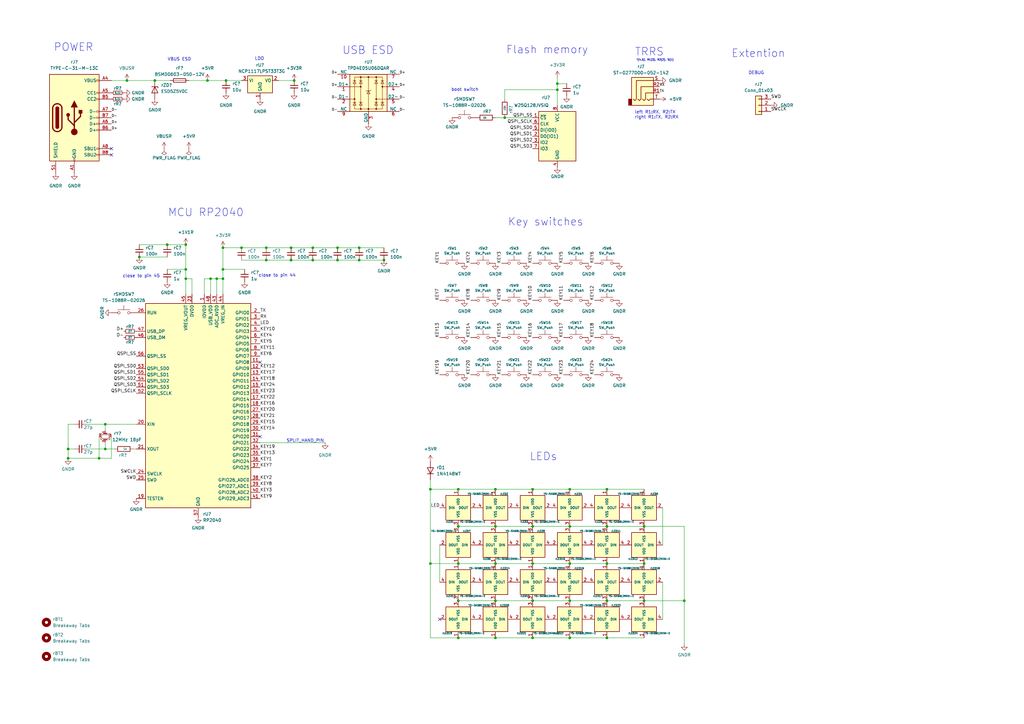
<source format=kicad_sch>
(kicad_sch (version 20230121) (generator eeschema)
  (paper "A3")
  (title_block (title "Corne Right") (date "2023-10-07") (rev "4.0.0") (company "foostan"))
  (junction (at 27.94 184.15))
  (junction (at 228.6 36.83))
  (junction (at 91.44 114.3))
  (junction (at 203.2 215.9))
  (junction (at 128.27 101.6))
  (junction (at 40.64 187.96))
  (junction (at 203.2 261.62))
  (junction (at 233.68 261.62))
  (junction (at 43.18 184.15))
  (junction (at 248.92 200.66))
  (junction (at 280.67 246.38))
  (junction (at 248.92 231.14))
  (junction (at 233.68 231.14))
  (junction (at 157.48 106.68))
  (junction (at 91.44 110.49))
  (junction (at 76.2 100.33))
  (junction (at 187.96 261.62))
  (junction (at 92.71 33.02))
  (junction (at 228.6 34.29))
  (junction (at 187.96 231.14))
  (junction (at 203.2 231.14))
  (junction (at 187.96 215.9))
  (junction (at 57.15 105.41))
  (junction (at 27.94 187.96))
  (junction (at 264.16 246.38))
  (junction (at 99.06 101.6))
  (junction (at 88.9 114.3))
  (junction (at 138.43 106.68))
  (junction (at 218.44 215.9))
  (junction (at 52.07 33.02))
  (junction (at 109.22 101.6))
  (junction (at 120.65 33.02))
  (junction (at 218.44 231.14))
  (junction (at 176.53 200.66))
  (junction (at 128.27 106.68))
  (junction (at 207.01 48.26))
  (junction (at 119.38 106.68))
  (junction (at 86.36 114.3))
  (junction (at 109.22 106.68))
  (junction (at 68.58 100.33))
  (junction (at 218.44 200.66))
  (junction (at 76.2 114.3))
  (junction (at 91.44 101.6))
  (junction (at 187.96 200.66))
  (junction (at 264.16 215.9))
  (junction (at 264.16 231.14))
  (junction (at 248.92 246.38))
  (junction (at 233.68 200.66))
  (junction (at 85.09 33.02))
  (junction (at 63.5 33.02))
  (junction (at 203.2 200.66))
  (junction (at 233.68 246.38))
  (junction (at 119.38 101.6))
  (junction (at 147.32 101.6))
  (junction (at 43.18 173.99))
  (junction (at 147.32 106.68))
  (junction (at 218.44 261.62))
  (junction (at 176.53 231.14))
  (junction (at 203.2 246.38))
  (junction (at 248.92 215.9))
  (junction (at 76.2 110.49))
  (junction (at 233.68 215.9))
  (junction (at 218.44 246.38))
  (junction (at 138.43 101.6))
  (junction (at 187.96 246.38))
  (junction (at 248.92 261.62))
  (no_connect (at 180.34 254))
  (no_connect (at 45.72 63.5))
  (no_connect (at 106.68 179.07))
  (no_connect (at 45.72 60.96))
  (no_connect (at 106.68 148.59))
  (wire (pts (xy 248.92 215.9) (xy 264.16 215.9)))
  (wire (pts (xy 91.44 101.6) (xy 99.06 101.6)))
  (wire (pts (xy 138.43 101.6) (xy 147.32 101.6)))
  (wire (pts (xy 83.82 114.3) (xy 86.36 114.3)))
  (wire (pts (xy 85.09 33.02) (xy 92.71 33.02)))
  (wire (pts (xy 27.94 187.96) (xy 40.64 187.96)))
  (wire (pts (xy 248.92 246.38) (xy 264.16 246.38)))
  (wire (pts (xy 187.96 215.9) (xy 203.2 215.9)))
  (wire (pts (xy 203.2 231.14) (xy 187.96 231.14)))
  (wire (pts (xy 27.94 173.99) (xy 27.94 184.15)))
  (wire (pts (xy 147.32 106.68) (xy 157.48 106.68)))
  (wire (pts (xy 138.43 106.68) (xy 147.32 106.68)))
  (wire (pts (xy 30.48 173.99) (xy 27.94 173.99)))
  (wire (pts (xy 203.2 246.38) (xy 218.44 246.38)))
  (wire (pts (xy 106.68 181.61) (xy 133.35 181.61)))
  (wire (pts (xy 114.3 33.02) (xy 120.65 33.02)))
  (wire (pts (xy 43.18 184.15) (xy 43.18 181.61)))
  (wire (pts (xy 264.16 231.14) (xy 248.92 231.14)))
  (wire (pts (xy 86.36 114.3) (xy 86.36 120.65)))
  (wire (pts (xy 187.96 246.38) (xy 203.2 246.38)))
  (wire (pts (xy 187.96 231.14) (xy 176.53 231.14)))
  (wire (pts (xy 119.38 101.6) (xy 128.27 101.6)))
  (wire (pts (xy 248.92 231.14) (xy 233.68 231.14)))
  (wire (pts (xy 109.22 106.68) (xy 119.38 106.68)))
  (wire (pts (xy 68.58 110.49) (xy 76.2 110.49)))
  (wire (pts (xy 264.16 261.62) (xy 248.92 261.62)))
  (wire (pts (xy 35.56 184.15) (xy 43.18 184.15)))
  (wire (pts (xy 271.78 238.76) (xy 271.78 254)))
  (wire (pts (xy 233.68 200.66) (xy 248.92 200.66)))
  (wire (pts (xy 76.2 110.49) (xy 76.2 114.3)))
  (wire (pts (xy 91.44 114.3) (xy 88.9 114.3)))
  (wire (pts (xy 63.5 33.02) (xy 69.85 33.02)))
  (wire (pts (xy 76.2 100.33) (xy 76.2 110.49)))
  (wire (pts (xy 91.44 120.65) (xy 91.44 114.3)))
  (wire (pts (xy 228.6 36.83) (xy 207.01 36.83)))
  (wire (pts (xy 91.44 101.6) (xy 91.44 110.49)))
  (wire (pts (xy 203.2 200.66) (xy 218.44 200.66)))
  (wire (pts (xy 43.18 176.53) (xy 43.18 173.99)))
  (wire (pts (xy 99.06 106.68) (xy 109.22 106.68)))
  (wire (pts (xy 27.94 184.15) (xy 30.48 184.15)))
  (wire (pts (xy 233.68 246.38) (xy 248.92 246.38)))
  (wire (pts (xy 248.92 261.62) (xy 233.68 261.62)))
  (wire (pts (xy 233.68 231.14) (xy 218.44 231.14)))
  (wire (pts (xy 45.72 187.96) (xy 40.64 187.96)))
  (wire (pts (xy 264.16 215.9) (xy 280.67 215.9)))
  (wire (pts (xy 280.67 215.9) (xy 280.67 246.38)))
  (wire (pts (xy 233.68 215.9) (xy 248.92 215.9)))
  (wire (pts (xy 207.01 48.26) (xy 218.44 48.26)))
  (wire (pts (xy 176.53 261.62) (xy 176.53 231.14)))
  (wire (pts (xy 271.78 208.28) (xy 271.78 223.52)))
  (wire (pts (xy 176.53 196.85) (xy 176.53 200.66)))
  (wire (pts (xy 40.64 179.07) (xy 40.64 187.96)))
  (wire (pts (xy 187.96 200.66) (xy 203.2 200.66)))
  (wire (pts (xy 86.36 114.3) (xy 88.9 114.3)))
  (wire (pts (xy 176.53 200.66) (xy 176.53 231.14)))
  (wire (pts (xy 218.44 246.38) (xy 233.68 246.38)))
  (wire (pts (xy 57.15 105.41) (xy 68.58 105.41)))
  (wire (pts (xy 119.38 106.68) (xy 128.27 106.68)))
  (wire (pts (xy 68.58 100.33) (xy 76.2 100.33)))
  (wire (pts (xy 147.32 101.6) (xy 157.48 101.6)))
  (wire (pts (xy 91.44 110.49) (xy 91.44 114.3)))
  (wire (pts (xy 83.82 114.3) (xy 83.82 120.65)))
  (wire (pts (xy 43.18 173.99) (xy 55.88 173.99)))
  (wire (pts (xy 218.44 200.66) (xy 233.68 200.66)))
  (wire (pts (xy 187.96 261.62) (xy 176.53 261.62)))
  (wire (pts (xy 52.07 33.02) (xy 63.5 33.02)))
  (wire (pts (xy 88.9 114.3) (xy 88.9 120.65)))
  (wire (pts (xy 54.61 184.15) (xy 55.88 184.15)))
  (wire (pts (xy 45.72 33.02) (xy 52.07 33.02)))
  (wire (pts (xy 128.27 101.6) (xy 138.43 101.6)))
  (wire (pts (xy 76.2 120.65) (xy 76.2 114.3)))
  (wire (pts (xy 45.72 179.07) (xy 45.72 187.96)))
  (wire (pts (xy 218.44 215.9) (xy 233.68 215.9)))
  (wire (pts (xy 233.68 261.62) (xy 218.44 261.62)))
  (wire (pts (xy 91.44 110.49) (xy 100.33 110.49)))
  (wire (pts (xy 218.44 231.14) (xy 203.2 231.14)))
  (wire (pts (xy 109.22 101.6) (xy 119.38 101.6)))
  (wire (pts (xy 180.34 223.52) (xy 180.34 238.76)))
  (wire (pts (xy 218.44 261.62) (xy 203.2 261.62)))
  (wire (pts (xy 248.92 200.66) (xy 264.16 200.66)))
  (wire (pts (xy 228.6 36.83) (xy 228.6 43.18)))
  (wire (pts (xy 228.6 31.75) (xy 228.6 34.29)))
  (wire (pts (xy 203.2 48.26) (xy 207.01 48.26)))
  (wire (pts (xy 128.27 106.68) (xy 138.43 106.68)))
  (wire (pts (xy 280.67 246.38) (xy 280.67 264.16)))
  (wire (pts (xy 35.56 173.99) (xy 43.18 173.99)))
  (wire (pts (xy 228.6 34.29) (xy 232.41 34.29)))
  (wire (pts (xy 78.74 114.3) (xy 76.2 114.3)))
  (wire (pts (xy 92.71 33.02) (xy 99.06 33.02)))
  (wire (pts (xy 203.2 215.9) (xy 218.44 215.9)))
  (wire (pts (xy 228.6 34.29) (xy 228.6 36.83)))
  (wire (pts (xy 203.2 261.62) (xy 187.96 261.62)))
  (wire (pts (xy 264.16 246.38) (xy 280.67 246.38)))
  (wire (pts (xy 207.01 36.83) (xy 207.01 40.64)))
  (wire (pts (xy 99.06 101.6) (xy 109.22 101.6)))
  (wire (pts (xy 43.18 184.15) (xy 46.99 184.15)))
  (wire (pts (xy 27.94 184.15) (xy 27.94 187.96)))
  (wire (pts (xy 57.15 100.33) (xy 68.58 100.33)))
  (wire (pts (xy 176.53 200.66) (xy 187.96 200.66)))
  (wire (pts (xy 78.74 120.65) (xy 78.74 114.3)))
  (wire (pts (xy 77.47 33.02) (xy 85.09 33.02)))
  (text "USB ESD" (at 140.335 22.606 0) (effects (font (size 3.175 3.175)) (justify left bottom)))
  (text "LEDs" (at 217.17 189.23 0) (effects (font (size 3.175 3.175)) (justify left bottom)))
  (text "Flash memory" (at 207.518 22.352 0) (effects (font (size 3.175 3.175)) (justify left bottom)))
  (text "MCU RP2040" (at 68.834 89.154 0) (effects (font (size 3.175 3.175)) (justify left bottom)))
  (text "DEBUG" (at 306.959 30.734 0) (effects (font (size 1.27 1.27)) (justify left bottom)))
  (text "Key switches" (at 208.28 92.964 0) (effects (font (size 3.175 3.175)) (justify left bottom)))
  (text "POWER\n" (at 21.971 21.336 0) (effects (font (size 3.175 3.175)) (justify left bottom)))
  (text "boot switch" (at 185.039 37.592 0) (effects (font (size 1.27 1.27)) (justify left bottom)))
  (text "LDO" (at 104.521 24.892 0) (effects (font (size 1.27 1.27)) (justify left bottom)))
  (text "Extention" (at 299.974 23.876 0) (effects (font (size 3.175 3.175)) (justify left bottom)))
  (text "TRRS" (at 260.35 23.241 0) (effects (font (size 3.175 3.175)) (justify left bottom)))
  (text "close to pin 45" (at 50.292 114.046 0) (effects (font (size 1.27 1.27)) (justify left bottom)))
  (text "close to pin 44" (at 106.045 113.792 0) (effects (font (size 1.27 1.27)) (justify left bottom)))
  (text "left R1:RX, R2:TX\nright R1:TX, R2:RX" (at 260.35 48.895 0) (effects (font (size 1.27 1.27)) (justify left bottom)))
  (text "SPLIT_HAND_PIN" (at 117.475 181.61 0) (effects (font (size 1.27 1.27)) (justify left bottom)))
  (text "T(4,5), R1(3), R2(2), S(1)\n" (at 260.985 25.146 0) (effects (font (size 0.762 0.762)) (justify left bottom)))
  (text "VBUS ESD" (at 68.707 25.146 0) (effects (font (size 1.27 1.27)) (justify left bottom)))
  (label "QSPI_SCLK" (at 55.88 161.29 180))
  (label "SWCLK" (at 55.88 194.31 180))
  (label "KEY13" (at 106.68 186.69 0))
  (label "KEY2" (at 193.04 107.95 90))
  (label "KEY16" (at 218.44 138.43 90))
  (label "KEY18" (at 106.68 156.21 0))
  (label "RX" (at 270.51 35.56 0) (effects (font (size 1 1))))
  (label "D+" (at 163.83 35.56 0) (effects (font (size 1 1))))
  (label "KEY1" (at 106.68 189.23 0))
  (label "KEY21" (at 106.68 171.45 0))
  (label "KEY6" (at 243.84 107.95 90))
  (label "D-" (at 45.72 45.72 0) (effects (font (size 1 1))))
  (label "D-" (at 163.83 40.64 0) (effects (font (size 1 1))))
  (label "RX" (at 106.68 130.81 0))
  (label "KEY22" (at 106.68 163.83 0))
  (label "QSPI_SD3" (at 55.88 158.75 180))
  (label "QSPI_SCLK" (at 218.44 50.8 180))
  (label "KEY4" (at 218.44 107.95 90))
  (label "QSPI_SD1" (at 218.44 55.88 180))
  (label "D-" (at 45.72 48.26 0) (effects (font (size 1 1))))
  (label "SWD" (at 55.88 196.85 180))
  (label "KEY5" (at 231.14 107.95 90))
  (label "KEY10" (at 218.44 123.19 90))
  (label "KEY1" (at 180.34 107.95 90))
  (label "KEY22" (at 218.44 153.67 90))
  (label "KEY5" (at 106.68 140.97 0))
  (label "KEY15" (at 106.68 173.99 0))
  (label "D+" (at 138.43 35.56 180) (effects (font (size 1 1))))
  (label "D-" (at 163.83 45.72 0) (effects (font (size 1 1))))
  (label "QSPI_SD2" (at 218.44 58.42 180))
  (label "QSPI_SD2" (at 55.88 156.21 180))
  (label "KEY3" (at 205.74 107.95 90))
  (label "LED" (at 106.68 133.35 0))
  (label "KEY23" (at 106.68 161.29 0))
  (label "KEY8" (at 106.68 199.39 0))
  (label "KEY20" (at 106.68 168.91 0))
  (label "KEY15" (at 205.74 138.43 90))
  (label "D+" (at 45.72 50.8 0) (effects (font (size 1 1))))
  (label "QSPI_SS" (at 218.44 48.26 180))
  (label "KEY18" (at 243.84 138.43 90))
  (label "KEY8" (at 193.04 123.19 90))
  (label "LED" (at 180.34 208.28 180))
  (label "KEY24" (at 243.84 153.67 90))
  (label "KEY16" (at 106.68 166.37 0))
  (label "TX" (at 270.51 38.1 0) (effects (font (size 1 1))))
  (label "QSPI_SS" (at 55.88 146.05 180))
  (label "QSPI_SD0" (at 218.44 53.34 180))
  (label "D-" (at 50.8 138.43 180))
  (label "SWD" (at 316.23 40.64 0))
  (label "KEY3" (at 106.68 201.93 0))
  (label "KEY7" (at 106.68 191.77 0))
  (label "KEY2" (at 106.68 196.85 0))
  (label "D+" (at 163.83 30.48 0) (effects (font (size 1 1))))
  (label "KEY9" (at 205.74 123.19 90))
  (label "KEY12" (at 243.84 123.19 90))
  (label "KEY24" (at 106.68 158.75 0))
  (label "KEY4" (at 106.68 138.43 0))
  (label "KEY19" (at 180.34 153.67 90))
  (label "KEY11" (at 231.14 123.19 90))
  (label "KEY10" (at 106.68 135.89 0))
  (label "KEY14" (at 106.68 176.53 0))
  (label "KEY14" (at 193.04 138.43 90))
  (label "KEY7" (at 180.34 123.19 90))
  (label "D-" (at 138.43 45.72 180) (effects (font (size 1 1))))
  (label "SWCLK" (at 316.23 45.72 0))
  (label "KEY19" (at 106.68 184.15 0))
  (label "KEY9" (at 106.68 204.47 0))
  (label "QSPI_SD3" (at 218.44 60.96 180))
  (label "KEY12" (at 106.68 151.13 0))
  (label "D+" (at 138.43 30.48 180) (effects (font (size 1 1))))
  (label "KEY23" (at 231.14 153.67 90))
  (label "D+" (at 50.8 135.89 180))
  (label "KEY17" (at 231.14 138.43 90))
  (label "D+" (at 45.72 53.34 0) (effects (font (size 1 1))))
  (label "KEY17" (at 106.68 153.67 0))
  (label "KEY6" (at 106.68 146.05 0))
  (label "D-" (at 138.43 40.64 180) (effects (font (size 1 1))))
  (label "KEY20" (at 193.04 153.67 90))
  (label "QSPI_SD0" (at 55.88 151.13 180))
  (label "TX" (at 106.68 128.27 0))
  (label "KEY13" (at 180.34 138.43 90))
  (label "KEY21" (at 205.74 153.67 90))
  (label "KEY11" (at 106.68 143.51 0))
  (label "QSPI_SD1" (at 55.88 153.67 180))
  (symbol (lib_id "kbd:GNDR") (at 241.3 153.67 0) (unit 1)
    (property "Reference" "#PWR0110" (effects hide))
    (property "Value" "GNDR" (at 241.3 158.115 0))
  )
  (symbol (lib_id "kbd_local:YS-SK6812MINI-E") (at 187.96 254 180) (unit 1)
    (property "Reference" "rLED19" (at 185.42 259.715 0) (effects (font (size 0.7366 0.7366)) (justify left)))
    (property "Value" "YS-SK6812MINI-E" (at 198.755 259.715 0) (effects (font (size 0.7366 0.7366)) (justify left)))
    (property "Footprint" "kbd_local:YS-SK6812MINI-E" (effects hide))
  )
  (symbol (lib_id "kbd:GNDR") (at 316.23 43.18 90) (unit 1)
    (property "Reference" "#PWR?" (effects hide))
    (property "Value" "GNDR" (at 320.04 43.18 90) (effects (justify right)))
  )
  (symbol (lib_id "Device:C_Small") (at 33.02 184.15 270) (unit 1)
    (property "Reference" "rC?" (at 34.29 182.88 90) (effects (justify left)))
    (property "Value" "27p" (at 34.29 185.42 90) (effects (justify left)))
    (property "Footprint" "Capacitor_SMD:C_0402_1005Metric" (effects hide))
  )
  (symbol (lib_id "kbd:+3V3R") (at 120.65 33.02 0) (unit 1)
    (property "Reference" "#PWR070" (effects hide))
    (property "Value" "+3V3R" (at 120.65 27.94 0))
  )
  (symbol (lib_id "kbd:GNDR") (at 63.5 40.64 0) (unit 1)
    (property "Reference" "#PWR?" (effects hide))
    (property "Value" "GNDR" (at 63.5 45.085 0))
  )
  (symbol (lib_id "kbd:GNDR") (at 228.6 107.95 0) (unit 1)
    (property "Reference" "#PWR088" (effects hide))
    (property "Value" "GNDR" (at 228.6 112.395 0))
  )
  (symbol (lib_id "kbd:GNDR") (at 203.2 107.95 0) (unit 1)
    (property "Reference" "#PWR086" (effects hide))
    (property "Value" "GNDR" (at 203.2 112.395 0))
  )
  (symbol (lib_id "Regulator_Linear:NCP1117-3.3_SOT223") (at 106.68 33.02 0) (unit 1)
    (property "Reference" "rU?" (at 106.68 26.67 0))
    (property "Value" "NCP1117LPST33T3G" (at 107.315 29.21 0))
    (property "Footprint" "Package_TO_SOT_SMD:SOT-223-3_TabPin2" (effects hide))
    (property "Datasheet" "http://www.onsemi.com/pub_link/Collateral/NCP1117-D.PDF" (effects hide))
    (property "JLCPCB Part #" "C146799" (effects hide))
  )
  (symbol (lib_id "Switch:SW_Push") (at 236.22 153.67 0) (unit 1)
    (property "Reference" "rSW23" (at 236.22 147.574 0) (effects (font (size 1 1))))
    (property "Value" "SW_Push" (at 236.22 149.606 0) (effects (font (size 1 1))))
    (property "Footprint" "kbd_local:keyswitch_choc12_hotswap_1u" (effects hide))
  )
  (symbol (lib_id "Switch:SW_Push") (at 223.52 123.19 0) (unit 1)
    (property "Reference" "rSW10" (at 223.52 117.094 0) (effects (font (size 1 1))))
    (property "Value" "SW_Push" (at 223.52 119.126 0) (effects (font (size 1 1))))
    (property "Footprint" "kbd_local:keyswitch_choc12_hotswap_1u" (effects hide))
  )
  (symbol (lib_id "Diode:1N4148WT") (at 176.53 193.04 90) (unit 1)
    (property "Reference" "rD1" (at 179.07 191.77 90) (effects (justify right)))
    (property "Value" "1N4148WT" (at 179.07 194.31 90) (effects (justify right)))
    (property "Footprint" "Diode_SMD:D_SOD-523" (effects hide))
    (property "Datasheet" "https://www.diodes.com/assets/Datasheets/ds30396.pdf" (effects hide))
    (property "JLCPCB Part #" "C232841" (effects hide))
  )
  (symbol (lib_id "kbd_local:YS-SK6812MINI-E") (at 218.44 238.76 0) (unit 1)
    (property "Reference" "rLED15" (at 213.36 244.475 0) (effects (font (size 0.7366 0.7366)) (justify left)))
    (property "Value" "YS-SK6812MINI-E" (at 219.075 244.475 0) (effects (font (size 0.7366 0.7366)) (justify left)))
    (property "Footprint" "kbd_local:YS-SK6812MINI-E" (effects hide))
  )
  (symbol (lib_id "kbd_local:VBUSR") (at 67.31 60.96 0) (unit 1)
    (property "Reference" "#PWR065" (effects hide))
    (property "Value" "VBUSR" (at 67.31 55.88 0))
  )
  (symbol (lib_id "kbd:GNDR") (at 228.6 123.19 0) (unit 1)
    (property "Reference" "#PWR096" (effects hide))
    (property "Value" "GNDR" (at 228.6 127.635 0))
  )
  (symbol (lib_id "Device:Fuse") (at 73.66 33.02 90) (unit 1)
    (property "Reference" "rF?" (at 73.66 27.94 90))
    (property "Value" "BSMD0603-050-12V" (at 73.66 30.48 90))
    (property "Footprint" "Fuse:Fuse_0603_1608Metric" (effects hide))
    (property "Description" "12V 500mA 40A 1A 0603 Resettable Fuses ROHS" (effects hide))
    (property "JLCPCB Part #" "C2844464" (effects hide))
  )
  (symbol (lib_id "Connector:USB_C_Receptacle_USB2.0") (at 30.48 48.26 0) (unit 1)
    (property "Reference" "rJ?" (at 30.48 25.4 0))
    (property "Value" "TYPE-C-31-M-13C" (at 30.48 27.94 0))
    (property "Footprint" "kbd_local:TYPE-C-31-M-13C" (effects hide))
    (property "Datasheet" "https://www.usb.org/sites/default/files/documents/usb_type-c.zip" (effects hide))
    (property "JLCPCB Part #" "C2848620" (effects hide))
  )
  (symbol (lib_id "kbd:GNDR") (at 22.86 71.12 0) (unit 1)
    (property "Reference" "#PWR?" (effects hide))
    (property "Value" "GNDR" (at 22.86 76.2 0))
  )
  (symbol (lib_id "kbd:GNDR") (at 81.28 212.09 0) (unit 1)
    (property "Reference" "#PWR?" (effects hide))
    (property "Value" "GNDR" (at 81.28 216.535 0))
  )
  (symbol (lib_id "kbd:GNDR") (at 50.8 40.64 90) (unit 1)
    (property "Reference" "#PWR?" (effects hide))
    (property "Value" "GNDR" (at 53.975 40.64 90) (effects (justify right)))
  )
  (symbol (lib_id "Switch:SW_Push") (at 210.82 107.95 0) (unit 1)
    (property "Reference" "rSW3" (at 210.82 101.854 0) (effects (font (size 1 1))))
    (property "Value" "SW_Push" (at 210.82 103.886 0) (effects (font (size 1 1))))
    (property "Footprint" "kbd_local:keyswitch_choc12_hotswap_1u" (effects hide))
  )
  (symbol (lib_id "Switch:SW_Push") (at 210.82 138.43 0) (unit 1)
    (property "Reference" "rSW15" (at 210.82 132.334 0) (effects (font (size 1 1))))
    (property "Value" "SW_Push" (at 210.82 134.366 0) (effects (font (size 1 1))))
    (property "Footprint" "kbd_local:keyswitch_choc12_hotswap_1u" (effects hide))
  )
  (symbol (lib_id "kbd:GNDR") (at 215.9 138.43 0) (unit 1)
    (property "Reference" "#PWR0102" (effects hide))
    (property "Value" "GNDR" (at 215.9 142.875 0))
  )
  (symbol (lib_id "kbd:GNDR") (at 190.5 153.67 0) (unit 1)
    (property "Reference" "#PWR0106" (effects hide))
    (property "Value" "GNDR" (at 190.5 158.115 0))
  )
  (symbol (lib_id "kbd_local:YS-SK6812MINI-E") (at 248.92 238.76 0) (unit 1)
    (property "Reference" "rLED17" (at 243.205 244.475 0) (effects (font (size 0.7366 0.7366)) (justify left)))
    (property "Value" "YS-SK6812MINI-E" (at 249.555 244.475 0) (effects (font (size 0.7366 0.7366)) (justify left)))
    (property "Footprint" "kbd_local:YS-SK6812MINI-E" (effects hide))
  )
  (symbol (lib_id "kbd_local:YS-SK6812MINI-E") (at 248.92 208.28 0) (unit 1)
    (property "Reference" "rLED5" (at 243.84 213.995 0) (effects (font (size 0.7366 0.7366)) (justify left)))
    (property "Value" "YS-SK6812MINI-E" (at 249.555 213.995 0) (effects (font (size 0.7366 0.7366)) (justify left)))
    (property "Footprint" "kbd_local:YS-SK6812MINI-E" (effects hide))
  )
  (symbol (lib_id "kbd:GNDR") (at 151.13 50.8 0) (unit 1)
    (property "Reference" "#PWR?" (effects hide))
    (property "Value" "GNDR" (at 151.13 55.88 0))
  )
  (symbol (lib_id "kbd:GNDR") (at 190.5 123.19 0) (unit 1)
    (property "Reference" "#PWR093" (effects hide))
    (property "Value" "GNDR" (at 190.5 127.635 0))
  )
  (symbol (lib_id "Device:R_Small") (at 48.26 40.64 270) (unit 1)
    (property "Reference" "rR?" (at 48.26 42.545 90))
    (property "Value" "5.1k" (at 48.26 40.64 90) (effects (font (size 0.762 0.762))))
    (property "Footprint" "Resistor_SMD:R_0402_1005Metric" (effects hide))
  )
  (symbol (lib_id "kbd:GNDR") (at 254 123.19 0) (unit 1)
    (property "Reference" "#PWR098" (effects hide))
    (property "Value" "GNDR" (at 254 127.635 0))
  )
  (symbol (lib_id "kbd:GNDR") (at 241.3 123.19 0) (unit 1)
    (property "Reference" "#PWR097" (effects hide))
    (property "Value" "GNDR" (at 241.3 127.635 0))
  )
  (symbol (lib_id "kbd:GNDR") (at 280.67 264.16 0) (unit 1)
    (property "Reference" "#PWR0117" (effects hide))
    (property "Value" "GNDR" (at 280.67 268.605 0))
  )
  (symbol (lib_id "Device:Crystal_GND24_Small") (at 43.18 179.07 270) (unit 1)
    (property "Reference" "rY?" (at 48.26 177.8 90))
    (property "Value" "12MHz 18pF" (at 52.07 180.34 90))
    (property "Footprint" "Crystal:Crystal_SMD_3225-4Pin_3.2x2.5mm" (effects hide))
    (property "Description" "12MHz 18pF ±20ppm SMD3225-4P Crystals ROHS" (effects hide))
    (property "MFR.Part #" "Q22FA23V0041800" (effects hide))
    (property "JLCPCB Part #" "C91749" (effects hide))
  )
  (symbol (lib_id "Switch:SW_Push") (at 198.12 107.95 0) (unit 1)
    (property "Reference" "rSW2" (at 198.12 101.854 0) (effects (font (size 1 1))))
    (property "Value" "SW_Push" (at 198.12 103.886 0) (effects (font (size 1 1))))
    (property "Footprint" "kbd_local:keyswitch_choc12_hotswap_1u" (effects hide))
  )
  (symbol (lib_id "Switch:SW_Push") (at 248.92 153.67 0) (unit 1)
    (property "Reference" "rSW24" (at 248.92 147.574 0) (effects (font (size 1 1))))
    (property "Value" "SW_Push" (at 248.92 149.606 0) (effects (font (size 1 1))))
    (property "Footprint" "kbd_local:keyswitch_choc12_hotswap_1u" (effects hide))
  )
  (symbol (lib_id "kbd_local:YS-SK6812MINI-E") (at 233.68 254 180) (unit 1)
    (property "Reference" "rLED22" (at 231.14 259.715 0) (effects (font (size 0.7366 0.7366)) (justify left)))
    (property "Value" "YS-SK6812MINI-E" (at 244.475 259.715 0) (effects (font (size 0.7366 0.7366)) (justify left)))
    (property "Footprint" "kbd_local:YS-SK6812MINI-E" (effects hide))
  )
  (symbol (lib_id "kbd_local:YS-SK6812MINI-E") (at 187.96 238.76 0) (unit 1)
    (property "Reference" "rLED13" (at 182.88 244.475 0) (effects (font (size 0.7366 0.7366)) (justify left)))
    (property "Value" "YS-SK6812MINI-E" (at 188.595 244.475 0) (effects (font (size 0.7366 0.7366)) (justify left)))
    (property "Footprint" "kbd_local:YS-SK6812MINI-E" (effects hide))
  )
  (symbol (lib_id "kbd:GNDR") (at 203.2 138.43 0) (unit 1)
    (property "Reference" "#PWR0101" (effects hide))
    (property "Value" "GNDR" (at 203.2 142.875 0))
  )
  (symbol (lib_id "kbd:GNDR") (at 185.42 48.26 0) (unit 1)
    (property "Reference" "#PWR?" (effects hide))
    (property "Value" "GNDR" (at 185.42 52.07 0))
  )
  (symbol (lib_id "kbd:GNDR") (at 190.5 107.95 0) (unit 1)
    (property "Reference" "#PWR085" (effects hide))
    (property "Value" "GNDR" (at 190.5 112.395 0))
  )
  (symbol (lib_id "kbd_local:YS-SK6812MINI-E") (at 248.92 223.52 180) (unit 1)
    (property "Reference" "rLED11" (at 254.635 217.805 0) (effects (font (size 0.7366 0.7366)) (justify left)))
    (property "Value" "YS-SK6812MINI-E" (at 248.285 217.805 0) (effects (font (size 0.7366 0.7366)) (justify left)))
    (property "Footprint" "kbd_local:YS-SK6812MINI-E" (effects hide))
  )
  (symbol (lib_id "Device:C_Small") (at 57.15 102.87 0) (unit 1)
    (property "Reference" "rC?" (at 59.69 101.6 0) (effects (justify left)))
    (property "Value" "100n" (at 59.69 104.14 0) (effects (justify left)))
    (property "Footprint" "Capacitor_SMD:C_0402_1005Metric" (effects hide))
  )
  (symbol (lib_id "kbd:+5VR") (at 176.53 189.23 0) (unit 1)
    (property "Reference" "#PWR0114" (effects hide))
    (property "Value" "+5VR" (at 176.53 184.15 0))
  )
  (symbol (lib_id "Diode:ESD5Zxx") (at 63.5 36.83 270) (unit 1)
    (property "Reference" "rZD?" (at 66.04 34.925 90) (effects (justify left)))
    (property "Value" "ESD5Z5V0C" (at 66.04 37.465 90) (effects (justify left)))
    (property "Footprint" "Diode_SMD:D_SOD-523" (effects hide))
    (property "Datasheet" "https://www.onsemi.com/pdf/datasheet/esd5z2.5t1-d.pdf" (effects hide))
    (property "JLCPCB Part #" "C2901325" (effects hide))
  )
  (symbol (lib_id "kbd_local:YS-SK6812MINI-E") (at 203.2 208.28 0) (unit 1)
    (property "Reference" "rLED2" (at 205.105 202.565 0) (effects (font (size 0.7366 0.7366)) (justify left)))
    (property "Value" "YS-SK6812MINI-E" (at 191.77 202.565 0) (effects (font (size 0.7366 0.7366)) (justify left)))
    (property "Footprint" "kbd_local:YS-SK6812MINI-E" (effects hide))
  )
  (symbol (lib_id "kbd_local:VBUSR") (at 52.07 33.02 0) (unit 1)
    (property "Reference" "#PWR066" (effects hide))
    (property "Value" "VBUSR" (at 52.07 27.94 0))
  )
  (symbol (lib_id "kbd:GNDR") (at 215.9 123.19 0) (unit 1)
    (property "Reference" "#PWR095" (effects hide))
    (property "Value" "GNDR" (at 215.9 127.635 0))
  )
  (symbol (lib_id "kbd:GNDR") (at 254 153.67 0) (unit 1)
    (property "Reference" "#PWR0111" (effects hide))
    (property "Value" "GNDR" (at 254 158.115 0))
  )
  (symbol (lib_id "kbd:GNDR") (at 215.9 153.67 0) (unit 1)
    (property "Reference" "#PWR0108" (effects hide))
    (property "Value" "GNDR" (at 215.9 158.115 0))
  )
  (symbol (lib_id "Switch:SW_Push") (at 185.42 107.95 0) (unit 1)
    (property "Reference" "rSW1" (at 185.42 101.854 0) (effects (font (size 1 1))))
    (property "Value" "SW_Push" (at 185.42 103.886 0) (effects (font (size 1 1))))
    (property "Footprint" "kbd_local:keyswitch_choc12_hotswap_1u" (effects hide))
  )
  (symbol (lib_id "kbd:GNDR") (at 55.88 204.47 0) (unit 1)
    (property "Reference" "#PWR?" (effects hide))
    (property "Value" "GNDR" (at 55.88 208.915 0))
  )
  (symbol (lib_id "Device:C_Small") (at 68.58 102.87 0) (unit 1)
    (property "Reference" "rC?" (at 71.12 101.6 0) (effects (justify left)))
    (property "Value" "100n" (at 71.12 104.14 0) (effects (justify left)))
    (property "Footprint" "Capacitor_SMD:C_0402_1005Metric" (effects hide))
  )
  (symbol (lib_id "kbd_local:YS-SK6812MINI-E") (at 218.44 223.52 180) (unit 1)
    (property "Reference" "rLED9" (at 223.52 217.805 0) (effects (font (size 0.7366 0.7366)) (justify left)))
    (property "Value" "YS-SK6812MINI-E" (at 217.805 217.805 0) (effects (font (size 0.7366 0.7366)) (justify left)))
    (property "Footprint" "kbd_local:YS-SK6812MINI-E" (effects hide))
  )
  (symbol (lib_id "Mechanical:MountingHole") (at 19.05 269.24 0) (unit 1)
    (property "Reference" "rBT3" (at 21.59 267.97 0) (effects (justify left)))
    (property "Value" "Breakaway Tabs" (at 21.59 270.51 0) (effects (justify left)))
    (property "Footprint" "kbd_local:Breakaway_Tabs" (effects hide))
  )
  (symbol (lib_id "kbd:GNDR") (at 228.6 153.67 0) (unit 1)
    (property "Reference" "#PWR0109" (effects hide))
    (property "Value" "GNDR" (at 228.6 158.115 0))
  )
  (symbol (lib_id "Device:C_Small") (at 100.33 113.03 0) (unit 1)
    (property "Reference" "rC?" (at 102.87 111.76 0) (effects (justify left)))
    (property "Value" "1u" (at 102.87 114.3 0) (effects (justify left)))
    (property "Footprint" "Capacitor_SMD:C_0402_1005Metric" (effects hide))
  )
  (symbol (lib_id "Device:C_Small") (at 128.27 104.14 0) (unit 1)
    (property "Reference" "rC?" (at 130.81 102.87 0) (effects (justify left)))
    (property "Value" "100n" (at 131.445 105.41 0) (effects (justify left)))
    (property "Footprint" "Capacitor_SMD:C_0402_1005Metric" (effects hide))
  )
  (symbol (lib_id "Switch:SW_Push") (at 210.82 123.19 0) (unit 1)
    (property "Reference" "rSW9" (at 210.82 117.094 0) (effects (font (size 1 1))))
    (property "Value" "SW_Push" (at 210.82 119.126 0) (effects (font (size 1 1))))
    (property "Footprint" "kbd_local:keyswitch_choc12_hotswap_1u" (effects hide))
  )
  (symbol (lib_id "kbd:GNDR") (at 57.15 105.41 0) (unit 1)
    (property "Reference" "#PWR?" (effects hide))
    (property "Value" "GNDR" (at 57.15 109.855 0))
  )
  (symbol (lib_id "kbd:GNDR") (at 106.68 40.64 0) (unit 1)
    (property "Reference" "#PWR?" (effects hide))
    (property "Value" "GNDR" (at 106.68 45.72 0))
  )
  (symbol (lib_id "kbd_local:YS-SK6812MINI-E") (at 187.96 223.52 180) (unit 1)
    (property "Reference" "rLED7" (at 193.04 217.805 0) (effects (font (size 0.7366 0.7366)) (justify left)))
    (property "Value" "YS-SK6812MINI-E" (at 187.325 217.805 0) (effects (font (size 0.7366 0.7366)) (justify left)))
    (property "Footprint" "kbd_local:YS-SK6812MINI-E" (effects hide))
  )
  (symbol (lib_id "kbd:+1V1R") (at 76.2 100.33 0) (unit 1)
    (property "Reference" "#PWR073" (effects hide))
    (property "Value" "+1V1R" (at 76.2 95.25 0))
  )
  (symbol (lib_id "kbd:GNDR") (at 270.51 33.02 90) (unit 1)
    (property "Reference" "#PWR?" (effects hide))
    (property "Value" "GNDR" (at 274.32 33.02 90) (effects (justify right)))
  )
  (symbol (lib_id "kbd:GNDR") (at 203.2 153.67 0) (unit 1)
    (property "Reference" "#PWR0107" (effects hide))
    (property "Value" "GNDR" (at 203.2 158.115 0))
  )
  (symbol (lib_id "kbd_local:YS-SK6812MINI-E") (at 218.44 254 180) (unit 1)
    (property "Reference" "rLED21" (at 215.9 259.715 0) (effects (font (size 0.7366 0.7366)) (justify left)))
    (property "Value" "YS-SK6812MINI-E" (at 229.235 259.715 0) (effects (font (size 0.7366 0.7366)) (justify left)))
    (property "Footprint" "kbd_local:YS-SK6812MINI-E" (effects hide))
  )
  (symbol (lib_id "kbd:+5VR") (at 85.09 33.02 0) (unit 1)
    (property "Reference" "#PWR068" (effects hide))
    (property "Value" "+5VR" (at 85.09 27.94 0))
  )
  (symbol (lib_id "Switch:SW_Push") (at 248.92 138.43 0) (unit 1)
    (property "Reference" "rSW18" (at 248.92 132.334 0) (effects (font (size 1 1))))
    (property "Value" "SW_Push" (at 248.92 134.366 0) (effects (font (size 1 1))))
    (property "Footprint" "kbd_local:keyswitch_choc12_hotswap_1u" (effects hide))
  )
  (symbol (lib_id "kbd_local:YS-SK6812MINI-E") (at 248.92 254 180) (unit 1)
    (property "Reference" "rLED23" (at 254.635 248.285 0) (effects (font (size 0.7366 0.7366)) (justify left)))
    (property "Value" "YS-SK6812MINI-E" (at 248.285 248.285 0) (effects (font (size 0.7366 0.7366)) (justify left)))
    (property "Footprint" "kbd_local:YS-SK6812MINI-E" (effects hide))
  )
  (symbol (lib_id "kbd_local:YS-SK6812MINI-E") (at 203.2 254 180) (unit 1)
    (property "Reference" "rLED20" (at 208.915 248.285 0) (effects (font (size 0.7366 0.7366)) (justify left)))
    (property "Value" "YS-SK6812MINI-E" (at 202.565 248.285 0) (effects (font (size 0.7366 0.7366)) (justify left)))
    (property "Footprint" "kbd_local:YS-SK6812MINI-E" (effects hide))
  )
  (symbol (lib_id "kbd_local:YS-SK6812MINI-E") (at 264.16 223.52 180) (unit 1)
    (property "Reference" "rLED12" (at 261.62 229.235 0) (effects (font (size 0.7366 0.7366)) (justify left)))
    (property "Value" "YS-SK6812MINI-E" (at 274.955 229.235 0) (effects (font (size 0.7366 0.7366)) (justify left)))
    (property "Footprint" "kbd_local:YS-SK6812MINI-E" (effects hide))
  )
  (symbol (lib_id "kbd_local:YS-SK6812MINI-E") (at 203.2 223.52 180) (unit 1)
    (property "Reference" "rLED8" (at 201.295 229.235 0) (effects (font (size 0.7366 0.7366)) (justify left)))
    (property "Value" "YS-SK6812MINI-E" (at 213.995 229.235 0) (effects (font (size 0.7366 0.7366)) (justify left)))
    (property "Footprint" "kbd_local:YS-SK6812MINI-E" (effects hide))
  )
  (symbol (lib_id "Device:C_Small") (at 119.38 104.14 0) (unit 1)
    (property "Reference" "rC?" (at 121.92 102.87 0) (effects (justify left)))
    (property "Value" "100n" (at 121.92 105.41 0) (effects (justify left)))
    (property "Footprint" "Capacitor_SMD:C_0402_1005Metric" (effects hide))
  )
  (symbol (lib_id "kbd_local:YS-SK6812MINI-E") (at 264.16 254 180) (unit 1)
    (property "Reference" "rLED24" (at 261.62 259.715 0) (effects (font (size 0.7366 0.7366)) (justify left)))
    (property "Value" "YS-SK6812MINI-E" (at 274.955 259.715 0) (effects (font (size 0.7366 0.7366)) (justify left)))
    (property "Footprint" "kbd_local:YS-SK6812MINI-E" (effects hide))
  )
  (symbol (lib_id "Power_Protection:TPD4EUSB30") (at 151.13 38.1 0) (unit 1)
    (property "Reference" "rU?" (at 151.13 25.4 0))
    (property "Value" "TPD4E05U06DQAR" (at 151.13 27.94 0))
    (property "Footprint" "Package_SON:USON-10_2.5x1.0mm_P0.5mm" (effects hide))
    (property "Datasheet" "http://www.ti.com/lit/ds/symlink/tpd2eusb30a.pdf" (effects hide))
    (property "JLCPCB Part #" "C138714" (effects hide))
  )
  (symbol (lib_id "Device:C_Small") (at 33.02 173.99 270) (unit 1)
    (property "Reference" "rC?" (at 34.29 172.72 90) (effects (justify left)))
    (property "Value" "27p" (at 34.29 175.26 90) (effects (justify left)))
    (property "Footprint" "Capacitor_SMD:C_0402_1005Metric" (effects hide))
  )
  (symbol (lib_id "kbd:GNDR") (at 30.48 71.12 0) (unit 1)
    (property "Reference" "#PWR?" (effects hide))
    (property "Value" "GNDR" (at 30.48 76.2 0))
  )
  (symbol (lib_id "Switch:SW_Push") (at 236.22 138.43 0) (unit 1)
    (property "Reference" "rSW17" (at 236.22 132.334 0) (effects (font (size 1 1))))
    (property "Value" "SW_Push" (at 236.22 134.366 0) (effects (font (size 1 1))))
    (property "Footprint" "kbd_local:keyswitch_choc12_hotswap_1u" (effects hide))
  )
  (symbol (lib_id "Device:C_Small") (at 92.71 35.56 0) (unit 1)
    (property "Reference" "rC?" (at 95.25 34.29 0) (effects (justify left)))
    (property "Value" "10u" (at 95.25 36.83 0) (effects (justify left)))
    (property "Footprint" "Capacitor_SMD:C_0402_1005Metric" (effects hide))
  )
  (symbol (lib_id "kbd:GNDR") (at 120.65 38.1 0) (unit 1)
    (property "Reference" "#PWR?" (effects hide))
    (property "Value" "GNDR" (at 120.65 43.18 0))
  )
  (symbol (lib_id "kbd:GNDR") (at 203.2 123.19 0) (unit 1)
    (property "Reference" "#PWR094" (effects hide))
    (property "Value" "GNDR" (at 203.2 127.635 0))
  )
  (symbol (lib_id "Switch:SW_Push") (at 248.92 123.19 0) (unit 1)
    (property "Reference" "rSW12" (at 248.92 117.094 0) (effects (font (size 1 1))))
    (property "Value" "SW_Push" (at 248.92 119.126 0) (effects (font (size 1 1))))
    (property "Footprint" "kbd_local:keyswitch_choc12_hotswap_1u" (effects hide))
  )
  (symbol (lib_id "Switch:SW_Push") (at 223.52 107.95 0) (unit 1)
    (property "Reference" "rSW4" (at 223.52 101.854 0) (effects (font (size 1 1))))
    (property "Value" "SW_Push" (at 223.52 103.886 0) (effects (font (size 1 1))))
    (property "Footprint" "kbd_local:keyswitch_choc12_hotswap_1u" (effects hide))
  )
  (symbol (lib_id "Device:R") (at 50.8 184.15 90) (unit 1)
    (property "Reference" "rR?" (at 52.07 186.69 90) (effects (justify left)))
    (property "Value" "1k" (at 52.07 184.15 90) (effects (font (size 0.762 0.762)) (justify left)))
    (property "Footprint" "Resistor_SMD:R_0402_1005Metric" (effects hide))
  )
  (symbol (lib_id "kbd:GNDR") (at 254 107.95 0) (unit 1)
    (property "Reference" "#PWR090" (effects hide))
    (property "Value" "GNDR" (at 254 112.395 0))
  )
  (symbol (lib_id "kbd_local:YS-SK6812MINI-E") (at 264.16 238.76 0) (unit 1)
    (property "Reference" "rLED18" (at 266.7 233.045 0) (effects (font (size 0.7366 0.7366)) (justify left)))
    (property "Value" "YS-SK6812MINI-E" (at 253.365 233.045 0) (effects (font (size 0.7366 0.7366)) (justify left)))
    (property "Footprint" "kbd_local:YS-SK6812MINI-E" (effects hide))
  )
  (symbol (lib_id "kbd:+5VR") (at 270.51 40.64 270) (unit 1)
    (property "Reference" "#PWR074" (effects hide))
    (property "Value" "+5VR" (at 274.32 40.64 90) (effects (justify left)))
  )
  (symbol (lib_id "Device:R") (at 207.01 44.45 180) (unit 1)
    (property "Reference" "rR?" (at 209.55 43.18 90) (effects (justify left)))
    (property "Value" "10k" (at 207.01 43.18 90) (effects (font (size 0.762 0.762)) (justify left)))
    (property "Footprint" "Resistor_SMD:R_0402_1005Metric" (effects hide))
  )
  (symbol (lib_name "SW_Push_1") (lib_id "Switch:SW_Push") (at 248.92 107.95 0) (unit 1)
    (property "Reference" "rSW6" (at 248.92 101.854 0) (effects (font (size 1 1))))
    (property "Value" "SW_Push" (at 248.92 103.886 0) (effects (font (size 1 1))))
    (property "Footprint" "kbd_local:keyswitch_choc12_hotswap_1u" (effects hide))
  )
  (symbol (lib_id "kbd_local:YS-SK6812MINI-E") (at 187.96 208.28 0) (unit 1)
    (property "Reference" "rLED1" (at 182.88 213.995 0) (effects (font (size 0.7366 0.7366)) (justify left)))
    (property "Value" "YS-SK6812MINI-E" (at 188.595 213.995 0) (effects (font (size 0.7366 0.7366)) (justify left)))
    (property "Footprint" "kbd_local:YS-SK6812MINI-E" (effects hide))
  )
  (symbol (lib_id "kbd:GNDR") (at 45.72 128.27 270) (unit 1)
    (property "Reference" "#PWR?" (effects hide))
    (property "Value" "GNDR" (at 41.91 128.27 0))
  )
  (symbol (lib_id "Switch:SW_Push") (at 50.8 128.27 0) (unit 1)
    (property "Reference" "rSMDSW?" (at 50.8 120.65 0))
    (property "Value" "TS-1088R-02026" (at 50.8 123.19 0))
    (property "Footprint" "kbd_local:TS-1088R-02026" (effects hide))
    (property "JLCPCB Part #" "C455280" (effects hide))
  )
  (symbol (lib_id "kbd:+3V3R") (at 91.44 101.6 0) (unit 1)
    (property "Reference" "#PWR072" (effects hide))
    (property "Value" "+3V3R" (at 91.44 96.52 0))
  )
  (symbol (lib_id "kbd_local:YS-SK6812MINI-E") (at 203.2 238.76 0) (unit 1)
    (property "Reference" "rLED14" (at 205.105 233.045 0) (effects (font (size 0.7366 0.7366)) (justify left)))
    (property "Value" "YS-SK6812MINI-E" (at 192.405 233.045 0) (effects (font (size 0.7366 0.7366)) (justify left)))
    (property "Footprint" "kbd_local:YS-SK6812MINI-E" (effects hide))
  )
  (symbol (lib_id "Switch:SW_Push") (at 198.12 123.19 0) (unit 1)
    (property "Reference" "rSW8" (at 198.12 117.094 0) (effects (font (size 1 1))))
    (property "Value" "SW_Push" (at 198.12 119.126 0) (effects (font (size 1 1))))
    (property "Footprint" "kbd_local:keyswitch_choc12_hotswap_1u" (effects hide))
  )
  (symbol (lib_id "Device:C_Small") (at 99.06 104.14 0) (unit 1)
    (property "Reference" "rC?" (at 101.6 102.87 0) (effects (justify left)))
    (property "Value" "100n" (at 101.6 105.41 0) (effects (justify left)))
    (property "Footprint" "Capacitor_SMD:C_0402_1005Metric" (effects hide))
  )
  (symbol (lib_id "Device:C_Small") (at 232.41 36.83 0) (unit 1)
    (property "Reference" "rC?" (at 234.95 35.56 0) (effects (justify left)))
    (property "Value" "1u" (at 234.95 38.1 0) (effects (justify left)))
    (property "Footprint" "Capacitor_SMD:C_0402_1005Metric" (effects hide))
  )
  (symbol (lib_id "kbd:GNDR") (at 215.9 107.95 0) (unit 1)
    (property "Reference" "#PWR087" (effects hide))
    (property "Value" "GNDR" (at 215.9 112.395 0))
  )
  (symbol (lib_id "kbd:GNDR") (at 92.71 38.1 0) (unit 1)
    (property "Reference" "#PWR?" (effects hide))
    (property "Value" "GNDR" (at 92.71 43.18 0))
  )
  (symbol (lib_id "kbd:GNDR") (at 241.3 107.95 0) (unit 1)
    (property "Reference" "#PWR089" (effects hide))
    (property "Value" "GNDR" (at 241.3 112.395 0))
  )
  (symbol (lib_id "Device:R_Small") (at 53.34 135.89 90) (unit 1)
    (property "Reference" "rR?" (at 53.34 133.985 90))
    (property "Value" "27" (at 53.34 135.89 90) (effects (font (size 0.762 0.762))))
    (property "Footprint" "Resistor_SMD:R_0402_1005Metric" (effects hide))
  )
  (symbol (lib_id "kbd:GNDR") (at 254 138.43 0) (unit 1)
    (property "Reference" "#PWR0105" (effects hide))
    (property "Value" "GNDR" (at 254 142.875 0))
  )
  (symbol (lib_id "power:PWR_FLAG") (at 67.31 60.96 180) (unit 1)
    (property "Reference" "#FLG?" (effects hide))
    (property "Value" "PWR_FLAG" (at 67.31 64.77 0))
  )
  (symbol (lib_id "Device:C_Small") (at 157.48 104.14 0) (unit 1)
    (property "Reference" "rC?" (at 160.02 102.87 0) (effects (justify left)))
    (property "Value" "100n" (at 160.02 105.41 0) (effects (justify left)))
    (property "Footprint" "Capacitor_SMD:C_0402_1005Metric" (effects hide))
  )
  (symbol (lib_id "Device:C_Small") (at 138.43 104.14 0) (unit 1)
    (property "Reference" "rC?" (at 140.97 102.87 0) (effects (justify left)))
    (property "Value" "100n" (at 140.97 105.41 0) (effects (justify left)))
    (property "Footprint" "Capacitor_SMD:C_0402_1005Metric" (effects hide))
  )
  (symbol (lib_id "Switch:SW_Push") (at 185.42 123.19 0) (unit 1)
    (property "Reference" "rSW7" (at 185.42 117.094 0) (effects (font (size 1 1))))
    (property "Value" "SW_Push" (at 185.42 119.126 0) (effects (font (size 1 1))))
    (property "Footprint" "kbd_local:keyswitch_choc12_hotswap_1u" (effects hide))
  )
  (symbol (lib_id "Device:R_Small") (at 53.34 138.43 270) (unit 1)
    (property "Reference" "rR?" (at 53.34 140.335 90))
    (property "Value" "27" (at 53.34 138.43 90) (effects (font (size 0.762 0.762))))
    (property "Footprint" "Resistor_SMD:R_0402_1005Metric" (effects hide))
  )
  (symbol (lib_id "Device:C_Small") (at 147.32 104.14 0) (unit 1)
    (property "Reference" "rC?" (at 149.86 102.87 0) (effects (justify left)))
    (property "Value" "100n" (at 149.86 105.41 0) (effects (justify left)))
    (property "Footprint" "Capacitor_SMD:C_0402_1005Metric" (effects hide))
  )
  (symbol (lib_id "kbd:+5VR") (at 77.47 60.96 0) (unit 1)
    (property "Reference" "#PWR067" (effects hide))
    (property "Value" "+5VR" (at 77.47 55.88 0))
  )
  (symbol (lib_id "kbd:+3V3R") (at 228.6 31.75 0) (unit 1)
    (property "Reference" "#PWR071" (effects hide))
    (property "Value" "+3V3R" (at 228.6 26.67 0))
  )
  (symbol (lib_id "kbd:GNDR") (at 232.41 39.37 0) (unit 1)
    (property "Reference" "#PWR?" (effects hide))
    (property "Value" "GNDR" (at 232.41 43.815 0))
  )
  (symbol (lib_id "Switch:SW_Push") (at 190.5 48.26 0) (unit 1)
    (property "Reference" "rSMDSW?" (at 190.5 40.64 0))
    (property "Value" "TS-1088R-02026" (at 190.5 43.18 0))
    (property "Footprint" "kbd_local:TS-1088R-02026" (effects hide))
    (property "JLCPCB Part #" "C455280" (effects hide))
  )
  (symbol (lib_id "Switch:SW_Push") (at 210.82 153.67 0) (unit 1)
    (property "Reference" "rSW21" (at 210.82 147.574 0) (effects (font (size 1 1))))
    (property "Value" "SW_Push" (at 210.82 149.606 0) (effects (font (size 1 1))))
    (property "Footprint" "kbd_local:keyswitch_choc12_hotswap_1u" (effects hide))
  )
  (symbol (lib_id "Switch:SW_Push") (at 236.22 107.95 0) (unit 1)
    (property "Reference" "rSW5" (at 236.22 101.854 0) (effects (font (size 1 1))))
    (property "Value" "SW_Push" (at 236.22 103.886 0) (effects (font (size 1 1))))
    (property "Footprint" "kbd_local:keyswitch_choc12_hotswap_1u" (effects hide))
  )
  (symbol (lib_id "Device:C_Small") (at 120.65 35.56 0) (unit 1)
    (property "Reference" "rC?" (at 123.19 34.29 0) (effects (justify left)))
    (property "Value" "10u" (at 123.19 36.83 0) (effects (justify left)))
    (property "Footprint" "Capacitor_SMD:C_0402_1005Metric" (effects hide))
  )
  (symbol (lib_id "Switch:SW_Push") (at 236.22 123.19 0) (unit 1)
    (property "Reference" "rSW11" (at 236.22 117.094 0) (effects (font (size 1 1))))
    (property "Value" "SW_Push" (at 236.22 119.126 0) (effects (font (size 1 1))))
    (property "Footprint" "kbd_local:keyswitch_choc12_hotswap_1u" (effects hide))
  )
  (symbol (lib_id "Connector_Audio:AudioJack4") (at 265.43 35.56 0) (unit 1)
    (property "Reference" "rJ?" (at 262.89 27.305 0))
    (property "Value" "ST-0277D00-052-142" (at 262.89 29.845 0))
    (property "Footprint" "kbd_local:ST-0277D00-052-142" (effects hide))
    (property "JLCPCB Part #" "C2837093" (effects hide))
  )
  (symbol (lib_id "Switch:SW_Push") (at 185.42 153.67 0) (unit 1)
    (property "Reference" "rSW19" (at 185.42 147.574 0) (effects (font (size 1 1))))
    (property "Value" "SW_Push" (at 185.42 149.606 0) (effects (font (size 1 1))))
    (property "Footprint" "kbd_local:keyswitch_choc12_hotswap_1u" (effects hide))
  )
  (symbol (lib_id "power:PWR_FLAG") (at 77.47 60.96 180) (unit 1)
    (property "Reference" "#FLG?" (effects hide))
    (property "Value" "PWR_FLAG" (at 77.47 64.77 0))
  )
  (symbol (lib_id "kbd_local:YS-SK6812MINI-E") (at 233.68 238.76 0) (unit 1)
    (property "Reference" "rLED16" (at 235.585 233.045 0) (effects (font (size 0.7366 0.7366)) (justify left)))
    (property "Value" "YS-SK6812MINI-E" (at 222.885 233.045 0) (effects (font (size 0.7366 0.7366)) (justify left)))
    (property "Footprint" "kbd_local:YS-SK6812MINI-E" (effects hide))
  )
  (symbol (lib_id "kbd_local:YS-SK6812MINI-E") (at 264.16 208.28 0) (unit 1)
    (property "Reference" "rLED6" (at 266.7 202.565 0) (effects (font (size 0.7366 0.7366)) (justify left)))
    (property "Value" "YS-SK6812MINI-E" (at 253.365 202.565 0) (effects (font (size 0.7366 0.7366)) (justify left)))
    (property "Footprint" "kbd_local:YS-SK6812MINI-E" (effects hide))
  )
  (symbol (lib_id "Connector_Generic:Conn_01x03") (at 311.15 43.18 180) (unit 1)
    (property "Reference" "rJ?" (at 311.15 34.544 0))
    (property "Value" "Conn_01x03" (at 311.15 37.084 0))
    (property "Footprint" "Connector_PinHeader_2.54mm:PinHeader_1x03_P2.54mm_Vertical" (effects hide))
  )
  (symbol (lib_id "kbd:GNDR") (at 27.94 187.96 0) (unit 1)
    (property "Reference" "#PWR?" (effects hide))
    (property "Value" "GNDR" (at 27.94 192.405 0))
  )
  (symbol (lib_id "kbd:GNDR") (at 228.6 138.43 0) (unit 1)
    (property "Reference" "#PWR0103" (effects hide))
    (property "Value" "GNDR" (at 228.6 142.875 0))
  )
  (symbol (lib_id "Memory_Flash:W25Q128JVS") (at 228.6 55.88 0) (unit 1)
    (property "Reference" "rU?" (at 222.25 40.005 0) (effects (justify left)))
    (property "Value" "W25Q128JVSIQ" (at 210.82 43.18 0) (effects (justify left)))
    (property "Footprint" "Package_SO:SOIC-8_5.23x5.23mm_P1.27mm" (effects hide))
    (property "Datasheet" "http://www.winbond.com/resource-files/w25q128jv_dtr%20revc%2003272018%20plus.pdf" (effects hide))
    (property "JLCPCB Part #" "C113767" (effects hide))
  )
  (symbol (lib_id "kbd_local:YS-SK6812MINI-E") (at 233.68 208.28 0) (unit 1)
    (property "Reference" "rLED4" (at 235.585 202.565 0) (effects (font (size 0.7366 0.7366)) (justify left)))
    (property "Value" "YS-SK6812MINI-E" (at 222.885 202.565 0) (effects (font (size 0.7366 0.7366)) (justify left)))
    (property "Footprint" "kbd_local:YS-SK6812MINI-E" (effects hide))
  )
  (symbol (lib_id "Mechanical:MountingHole") (at 19.05 255.27 0) (unit 1)
    (property "Reference" "rBT1" (at 21.59 254 0) (effects (justify left)))
    (property "Value" "Breakaway Tabs" (at 21.59 256.54 0) (effects (justify left)))
    (property "Footprint" "kbd_local:Breakaway_Tabs" (effects hide))
  )
  (symbol (lib_id "MCU_RaspberryPi:RP2040") (at 81.28 166.37 0) (unit 1)
    (property "Reference" "rU?" (at 83.2359 210.82 0) (effects (justify left)))
    (property "Value" "RP2040" (at 83.2359 213.36 0) (effects (justify left)))
    (property "Footprint" "Package_DFN_QFN:QFN-56-1EP_7x7mm_P0.4mm_EP3.2x3.2mm" (effects hide))
    (property "Datasheet" "https://datasheets.raspberrypi.com/rp2040/rp2040-datasheet.pdf" (effects hide))
    (property "JLCPCB Part #" "C2040" (effects hide))
  )
  (symbol (lib_id "Switch:SW_Push") (at 198.12 153.67 0) (unit 1)
    (property "Reference" "rSW20" (at 198.12 147.574 0) (effects (font (size 1 1))))
    (property "Value" "SW_Push" (at 198.12 149.606 0) (effects (font (size 1 1))))
    (property "Footprint" "kbd_local:keyswitch_choc12_hotswap_1u" (effects hide))
  )
  (symbol (lib_id "kbd:GNDR") (at 133.35 181.61 0) (unit 1)
    (property "Reference" "#PWR076" (effects hide))
    (property "Value" "GNDR" (at 133.35 186.69 0))
  )
  (symbol (lib_id "kbd:GNDR") (at 68.58 115.57 0) (unit 1)
    (property "Reference" "#PWR?" (effects hide))
    (property "Value" "GNDR" (at 68.58 120.015 0))
  )
  (symbol (lib_id "Switch:SW_Push") (at 198.12 138.43 0) (unit 1)
    (property "Reference" "rSW14" (at 198.12 132.334 0) (effects (font (size 1 1))))
    (property "Value" "SW_Push" (at 198.12 134.366 0) (effects (font (size 1 1))))
    (property "Footprint" "kbd_local:keyswitch_choc12_hotswap_1u" (effects hide))
  )
  (symbol (lib_id "Switch:SW_Push") (at 223.52 153.67 0) (unit 1)
    (property "Reference" "rSW22" (at 223.52 147.574 0) (effects (font (size 1 1))))
    (property "Value" "SW_Push" (at 223.52 149.606 0) (effects (font (size 1 1))))
    (property "Footprint" "kbd_local:keyswitch_choc12_hotswap_1u" (effects hide))
  )
  (symbol (lib_id "Device:C_Small") (at 109.22 104.14 0) (unit 1)
    (property "Reference" "rC?" (at 111.76 102.87 0) (effects (justify left)))
    (property "Value" "100n" (at 111.76 105.41 0) (effects (justify left)))
    (property "Footprint" "Capacitor_SMD:C_0402_1005Metric" (effects hide))
  )
  (symbol (lib_id "Switch:SW_Push") (at 185.42 138.43 0) (unit 1)
    (property "Reference" "rSW13" (at 185.42 132.334 0) (effects (font (size 1 1))))
    (property "Value" "SW_Push" (at 185.42 134.366 0) (effects (font (size 1 1))))
    (property "Footprint" "kbd_local:keyswitch_choc12_hotswap_1u" (effects hide))
  )
  (symbol (lib_id "kbd:GNDR") (at 190.5 138.43 0) (unit 1)
    (property "Reference" "#PWR0100" (effects hide))
    (property "Value" "GNDR" (at 190.5 142.875 0))
  )
  (symbol (lib_id "kbd:GNDR") (at 50.8 38.1 90) (unit 1)
    (property "Reference" "#PWR?" (effects hide))
    (property "Value" "GNDR" (at 53.975 38.1 90) (effects (justify right)))
  )
  (symbol (lib_id "kbd:GNDR") (at 100.33 115.57 0) (unit 1)
    (property "Reference" "#PWR?" (effects hide))
    (property "Value" "GNDR" (at 100.33 120.015 0))
  )
  (symbol (lib_id "kbd:GNDR") (at 241.3 138.43 0) (unit 1)
    (property "Reference" "#PWR0104" (effects hide))
    (property "Value" "GNDR" (at 241.3 142.875 0))
  )
  (symbol (lib_id "kbd_local:YS-SK6812MINI-E") (at 218.44 208.28 0) (unit 1)
    (property "Reference" "rLED3" (at 213.36 213.995 0) (effects (font (size 0.7366 0.7366)) (justify left)))
    (property "Value" "YS-SK6812MINI-E" (at 219.075 213.995 0) (effects (font (size 0.7366 0.7366)) (justify left)))
    (property "Footprint" "kbd_local:YS-SK6812MINI-E" (effects hide))
  )
  (symbol (lib_id "Switch:SW_Push") (at 223.52 138.43 0) (unit 1)
    (property "Reference" "rSW16" (at 223.52 132.334 0) (effects (font (size 1 1))))
    (property "Value" "SW_Push" (at 223.52 134.366 0) (effects (font (size 1 1))))
    (property "Footprint" "kbd_local:keyswitch_choc12_hotswap_1u" (effects hide))
  )
  (symbol (lib_id "Device:R_Small") (at 48.26 38.1 270) (unit 1)
    (property "Reference" "rR?" (at 48.26 36.195 90))
    (property "Value" "5.1k" (at 48.26 38.1 90) (effects (font (size 0.762 0.762))))
    (property "Footprint" "Resistor_SMD:R_0402_1005Metric" (effects hide))
  )
  (symbol (lib_id "kbd:GNDR") (at 228.6 68.58 0) (unit 1)
    (property "Reference" "#PWR?" (effects hide))
    (property "Value" "GNDR" (at 228.6 72.39 0))
  )
  (symbol (lib_id "kbd:GNDR") (at 157.48 106.68 0) (unit 1)
    (property "Reference" "#PWR?" (effects hide))
    (property "Value" "GNDR" (at 157.48 111.125 0))
  )
  (symbol (lib_id "kbd_local:YS-SK6812MINI-E") (at 233.68 223.52 180) (unit 1)
    (property "Reference" "rLED10" (at 231.775 229.235 0) (effects (font (size 0.7366 0.7366)) (justify left)))
    (property "Value" "YS-SK6812MINI-E" (at 244.475 229.235 0) (effects (font (size 0.7366 0.7366)) (justify left)))
    (property "Footprint" "kbd_local:YS-SK6812MINI-E" (effects hide))
  )
  (symbol (lib_id "Device:C_Small") (at 68.58 113.03 0) (unit 1)
    (property "Reference" "rC?" (at 71.12 111.76 0) (effects (justify left)))
    (property "Value" "1u" (at 71.12 114.3 0) (effects (justify left)))
    (property "Footprint" "Capacitor_SMD:C_0402_1005Metric" (effects hide))
  )
  (symbol (lib_id "Device:R") (at 199.39 48.26 270) (unit 1)
    (property "Reference" "rR?" (at 198.12 45.72 90) (effects (justify left)))
    (property "Value" "1k" (at 198.12 48.26 90) (effects (font (size 0.762 0.762)) (justify left)))
    (property "Footprint" "Resistor_SMD:R_0402_1005Metric" (effects hide))
  )
  (symbol (lib_id "Mechanical:MountingHole") (at 19.05 261.62 0) (unit 1)
    (property "Reference" "rBT2" (at 21.59 260.35 0) (effects (justify left)))
    (property "Value" "Breakaway Tabs" (at 21.59 262.89 0) (effects (justify left)))
    (property "Footprint" "kbd_local:Breakaway_Tabs" (effects hide))
  )
)
</source>
